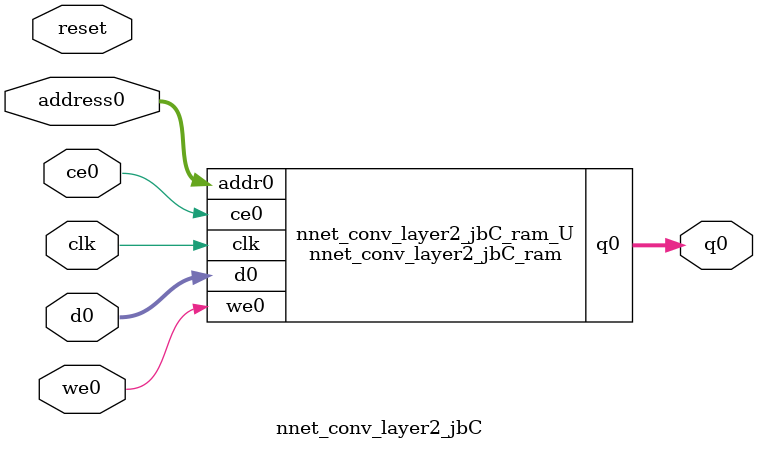
<source format=v>

`timescale 1 ns / 1 ps
module nnet_conv_layer2_jbC_ram (addr0, ce0, d0, we0, q0,  clk);

parameter DWIDTH = 32;
parameter AWIDTH = 12;
parameter MEM_SIZE = 2704;

input[AWIDTH-1:0] addr0;
input ce0;
input[DWIDTH-1:0] d0;
input we0;
output reg[DWIDTH-1:0] q0;
input clk;

(* ram_style = "block" *)reg [DWIDTH-1:0] ram[0:MEM_SIZE-1];




always @(posedge clk)  
begin 
    if (ce0) 
    begin
        if (we0) 
        begin 
            ram[addr0] <= d0; 
            q0 <= d0;
        end 
        else 
            q0 <= ram[addr0];
    end
end


endmodule


`timescale 1 ns / 1 ps
module nnet_conv_layer2_jbC(
    reset,
    clk,
    address0,
    ce0,
    we0,
    d0,
    q0);

parameter DataWidth = 32'd32;
parameter AddressRange = 32'd2704;
parameter AddressWidth = 32'd12;
input reset;
input clk;
input[AddressWidth - 1:0] address0;
input ce0;
input we0;
input[DataWidth - 1:0] d0;
output[DataWidth - 1:0] q0;



nnet_conv_layer2_jbC_ram nnet_conv_layer2_jbC_ram_U(
    .clk( clk ),
    .addr0( address0 ),
    .ce0( ce0 ),
    .d0( d0 ),
    .we0( we0 ),
    .q0( q0 ));

endmodule


</source>
